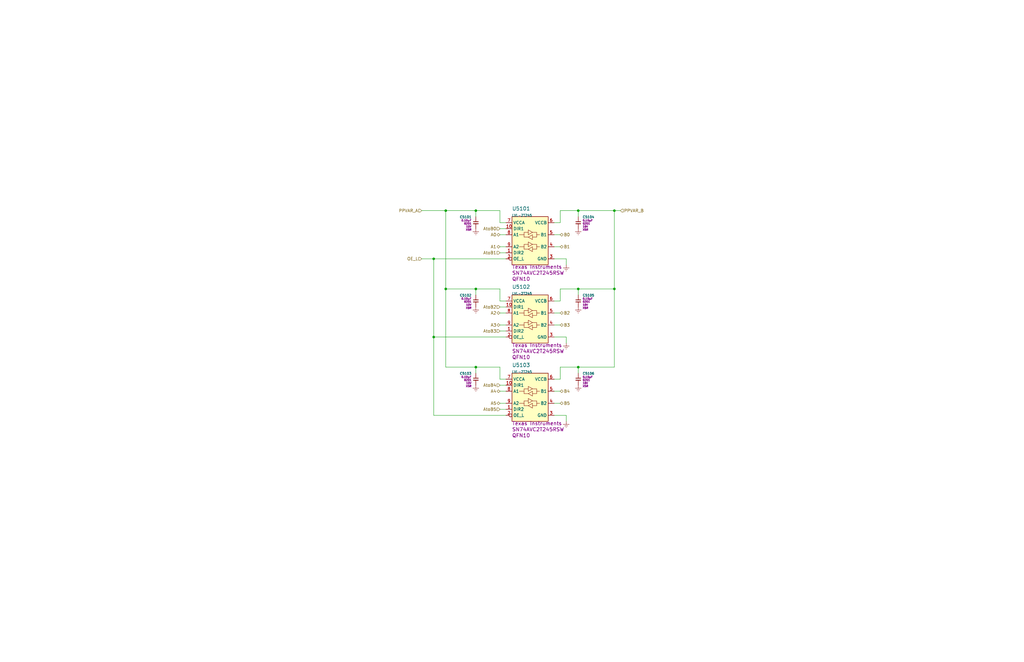
<source format=kicad_sch>
(kicad_sch (version 20231120) (generator "eeschema") (generator_version "8.0")
  (paper "B")
  (title_block (title "${PROJ}") (rev "${REV}") (company "${RPN}") (comment 1 "LVL Shifter"))
  (lib_symbols
    (symbol "Capacitors, ceramic, Murata:CCM-610AA" (pin_numbers hide) (pin_names (offset 0) hide)
      (property "Reference" "C" (at 1.27 2.54 0))
      (property "val" "0.10µF" (at 1.27 1.27 0))
      (property "pkg" "0201" (at 1.27 0 0))
      (property "volt" "10V" (at 1.27 -1.27 0))
      (property "type" "X5R" (at 1.27 -2.54 0))
      (symbol "CCM-610AA_1_1"
        (polyline (pts (xy -1.016 -0.423) (xy 1.016 -0.423)) (stroke (width 0.3302)))
        (polyline (pts (xy -1.016 0.423) (xy 1.016 0.423)) (stroke (width 0.3048)))
        (pin passive line (at 0 2.54 270) (length 2.032) (name "~") (number "1"))
        (pin passive line (at 0 -2.54 90) (length 2.032) (name "~") (number "2"))
      )
    )
    (symbol "Power:GND" (power) (pin_names (offset 0)) (in_bom no) (on_board no)
      (symbol "GND_0_1"
        (polyline (pts (xy -0.635 -1.905) (xy 0.635 -1.905)))
        (polyline (pts (xy -0.127 -2.54) (xy 0.127 -2.54)))
        (polyline (pts (xy 0 -1.27) (xy 0 0)))
        (polyline (pts (xy 1.27 -1.27) (xy -1.27 -1.27)))
      )
      (symbol "GND_1_1"
        (pin power_in line (at 0 0 270) (length 0) hide (name "GND") (number "1"))
      )
    )
    (symbol "Translation:LVL-2T245"
      (property "Reference" "U" (at -7.62 10.16 0))
      (property "Value" "LVL-2T245" (at 7.62 10.16 0))
      (property "mfr" "Texas Instruments" (at -7.62 -10.16 0))
      (property "mpn" "SN74AVC2T245RSW" (at -7.62 -12.7 0))
      (property "pkg" "QFN10" (at -7.62 -15.24 0))
      (symbol "LVL-2T245_0_1"
        (rectangle (start -7.62 10.16) (end 7.62 -10.16) (stroke (width 0.254)) (fill (type background)))
        (polyline (pts (xy -2.54 2.54) (xy -2.54 3.556) (xy -0.762 3.556)))
        (polyline (pts (xy 2.794 2.54) (xy 2.794 1.524) (xy 1.016 1.524)))
        (polyline (pts (xy -0.762 1.524) (xy -2.54 1.524) (xy -2.54 2.54) (xy -4.572 2.54)))
        (polyline (pts (xy -0.762 2.54) (xy -0.762 4.572) (xy 1.016 3.556) (xy -0.762 2.54)))
        (polyline (pts (xy 1.016 3.556) (xy 2.794 3.556) (xy 2.794 2.54) (xy 4.064 2.54)))
        (polyline (pts (xy 1.016 2.54) (xy 1.016 0.762) (xy 1.016 0.508) (xy -0.762 1.524) (xy 1.016 2.54)))
      )
      (symbol "LVL-2T245_1_1"
        (polyline (pts (xy -2.54 -2.54) (xy -2.54 -1.524) (xy -0.762 -1.524)))
        (polyline (pts (xy 2.794 -2.54) (xy 2.794 -3.556) (xy 1.016 -3.556)))
        (polyline (pts (xy -0.762 -3.556) (xy -2.54 -3.556) (xy -2.54 -2.54) (xy -4.572 -2.54)))
        (polyline (pts (xy -0.762 -2.54) (xy -0.762 -0.508) (xy 1.016 -1.524) (xy -0.762 -2.54)))
        (polyline (pts (xy 1.016 -1.524) (xy 2.794 -1.524) (xy 2.794 -2.54) (xy 4.064 -2.54)))
        (polyline (pts (xy 1.016 -2.54) (xy 1.016 -4.318) (xy 1.016 -4.572) (xy -0.762 -3.556) (xy 1.016 -2.54)))
        (pin input line (at -10.16 -5.08 0) (length 2.54) (name "DIR2") (number "1"))
        (pin input line (at -10.16 5.08 0) (length 2.54) (name "DIR1") (number "10"))
        (pin input inverted (at -10.16 -7.62 0) (length 2.54) (name "OE_L") (number "2"))
        (pin power_in line (at 10.16 -7.62 180) (length 2.54) (name "GND") (number "3"))
        (pin bidirectional line (at 10.16 -2.54 180) (length 2.54) (name "B2") (number "4"))
        (pin bidirectional line (at 10.16 2.54 180) (length 2.54) (name "B1") (number "5"))
        (pin power_in line (at 10.16 7.62 180) (length 2.54) (name "VCCB") (number "6"))
        (pin power_in line (at -10.16 7.62 0) (length 2.54) (name "VCCA") (number "7"))
        (pin bidirectional line (at -10.16 2.54 0) (length 2.54) (name "A1") (number "8"))
        (pin bidirectional line (at -10.16 -2.54 0) (length 2.54) (name "A2") (number "9"))
      )
    )
  )
  (junction (at 200.66 121.92))
  (junction (at 182.88 109.22))
  (junction (at 259.08 88.9))
  (junction (at 243.84 88.9))
  (junction (at 259.08 121.92))
  (junction (at 187.96 88.9))
  (junction (at 182.88 142.24))
  (junction (at 243.84 154.94))
  (junction (at 200.66 154.94))
  (junction (at 243.84 121.92))
  (junction (at 200.66 88.9))
  (junction (at 187.96 121.92))
  (wire (pts (xy 236.22 88.9) (xy 236.22 93.98)))
  (wire (pts (xy 210.82 127) (xy 210.82 121.92)))
  (wire (pts (xy 243.84 121.92) (xy 259.08 121.92)))
  (wire (pts (xy 187.96 154.94) (xy 200.66 154.94)))
  (wire (pts (xy 210.82 165.1) (xy 213.36 165.1)))
  (wire (pts (xy 182.88 109.22) (xy 213.36 109.22)))
  (wire (pts (xy 238.76 142.24) (xy 238.76 144.78)))
  (wire (pts (xy 187.96 121.92) (xy 200.66 121.92)))
  (wire (pts (xy 259.08 121.92) (xy 259.08 154.94)))
  (wire (pts (xy 236.22 154.94) (xy 236.22 160.02)))
  (wire (pts (xy 233.68 165.1) (xy 236.22 165.1)))
  (wire (pts (xy 200.66 121.92) (xy 200.66 124.46)))
  (wire (pts (xy 200.66 88.9) (xy 210.82 88.9)))
  (wire (pts (xy 213.36 93.98) (xy 210.82 93.98)))
  (wire (pts (xy 243.84 121.92) (xy 243.84 124.46)))
  (wire (pts (xy 233.68 175.26) (xy 238.76 175.26)))
  (wire (pts (xy 233.68 170.18) (xy 236.22 170.18)))
  (wire (pts (xy 210.82 170.18) (xy 213.36 170.18)))
  (wire (pts (xy 210.82 137.16) (xy 213.36 137.16)))
  (wire (pts (xy 233.68 127) (xy 236.22 127)))
  (wire (pts (xy 213.36 104.14) (xy 210.82 104.14)))
  (wire (pts (xy 213.36 160.02) (xy 210.82 160.02)))
  (wire (pts (xy 210.82 132.08) (xy 213.36 132.08)))
  (wire (pts (xy 182.88 142.24) (xy 213.36 142.24)))
  (wire (pts (xy 200.66 154.94) (xy 200.66 157.48)))
  (wire (pts (xy 238.76 109.22) (xy 233.68 109.22)))
  (wire (pts (xy 200.66 121.92) (xy 210.82 121.92)))
  (wire (pts (xy 236.22 93.98) (xy 233.68 93.98)))
  (wire (pts (xy 210.82 129.54) (xy 213.36 129.54)))
  (wire (pts (xy 213.36 96.52) (xy 210.82 96.52)))
  (wire (pts (xy 238.76 111.76) (xy 238.76 109.22)))
  (wire (pts (xy 177.8 88.9) (xy 187.96 88.9)))
  (wire (pts (xy 233.68 137.16) (xy 236.22 137.16)))
  (wire (pts (xy 187.96 88.9) (xy 187.96 121.92)))
  (wire (pts (xy 213.36 127) (xy 210.82 127)))
  (wire (pts (xy 259.08 88.9) (xy 261.62 88.9)))
  (wire (pts (xy 200.66 88.9) (xy 200.66 91.44)))
  (wire (pts (xy 243.84 154.94) (xy 259.08 154.94)))
  (wire (pts (xy 210.82 172.72) (xy 213.36 172.72)))
  (wire (pts (xy 210.82 139.7) (xy 213.36 139.7)))
  (wire (pts (xy 182.88 142.24) (xy 182.88 175.26)))
  (wire (pts (xy 233.68 160.02) (xy 236.22 160.02)))
  (wire (pts (xy 236.22 121.92) (xy 236.22 127)))
  (wire (pts (xy 243.84 154.94) (xy 243.84 157.48)))
  (wire (pts (xy 182.88 175.26) (xy 213.36 175.26)))
  (wire (pts (xy 236.22 154.94) (xy 243.84 154.94)))
  (wire (pts (xy 213.36 99.06) (xy 210.82 99.06)))
  (wire (pts (xy 210.82 160.02) (xy 210.82 154.94)))
  (wire (pts (xy 177.8 109.22) (xy 182.88 109.22)))
  (wire (pts (xy 200.66 154.94) (xy 210.82 154.94)))
  (wire (pts (xy 243.84 88.9) (xy 259.08 88.9)))
  (wire (pts (xy 210.82 93.98) (xy 210.82 88.9)))
  (wire (pts (xy 233.68 104.14) (xy 236.22 104.14)))
  (wire (pts (xy 243.84 88.9) (xy 243.84 91.44)))
  (wire (pts (xy 236.22 88.9) (xy 243.84 88.9)))
  (wire (pts (xy 233.68 132.08) (xy 236.22 132.08)))
  (wire (pts (xy 187.96 121.92) (xy 187.96 154.94)))
  (wire (pts (xy 182.88 109.22) (xy 182.88 142.24)))
  (wire (pts (xy 187.96 88.9) (xy 200.66 88.9)))
  (wire (pts (xy 236.22 121.92) (xy 243.84 121.92)))
  (wire (pts (xy 259.08 88.9) (xy 259.08 121.92)))
  (wire (pts (xy 213.36 106.68) (xy 210.82 106.68)))
  (wire (pts (xy 233.68 142.24) (xy 238.76 142.24)))
  (wire (pts (xy 238.76 175.26) (xy 238.76 177.8)))
  (wire (pts (xy 210.82 162.56) (xy 213.36 162.56)))
  (wire (pts (xy 233.68 99.06) (xy 236.22 99.06)))
  (hierarchical_label "AtoB1" (shape input) (at 210.82 106.68 180))
  (hierarchical_label "AtoB2" (shape input) (at 210.82 129.54 180))
  (hierarchical_label "OE_L" (shape input) (at 177.8 109.22 180))
  (hierarchical_label "PPVAR_A" (shape input) (at 177.8 88.9 180))
  (hierarchical_label "B2" (shape bidirectional) (at 236.22 132.08 0))
  (hierarchical_label "B5" (shape bidirectional) (at 236.22 170.18 0))
  (hierarchical_label "AtoB3" (shape input) (at 210.82 139.7 180))
  (hierarchical_label "B1" (shape bidirectional) (at 236.22 104.14 0))
  (hierarchical_label "A4" (shape bidirectional) (at 210.82 165.1 180))
  (hierarchical_label "AtoB4" (shape input) (at 210.82 162.56 180))
  (hierarchical_label "B4" (shape bidirectional) (at 236.22 165.1 0))
  (hierarchical_label "A5" (shape bidirectional) (at 210.82 170.18 180))
  (hierarchical_label "AtoB5" (shape input) (at 210.82 172.72 180))
  (hierarchical_label "AtoB0" (shape input) (at 210.82 96.52 180))
  (hierarchical_label "PPVAR_B" (shape input) (at 261.62 88.9 0))
  (hierarchical_label "B3" (shape bidirectional) (at 236.22 137.16 0))
  (hierarchical_label "A3" (shape bidirectional) (at 210.82 137.16 180))
  (hierarchical_label "A2" (shape bidirectional) (at 210.82 132.08 180))
  (hierarchical_label "A1" (shape bidirectional) (at 210.82 104.14 180))
  (hierarchical_label "A0" (shape bidirectional) (at 210.82 99.06 180))
  (hierarchical_label "B0" (shape bidirectional) (at 236.22 99.06 0))
  (symbol (lib_id "Capacitors, ceramic, Murata:CCM-610AA") (at 243.84 160.02 0) (mirror y) (unit 1)
    (property "Reference" "C5106" (at 245.6561 157.6178 0) (effects (font (size 1 1)) (justify right)))
    (property "Value" "CCM-610AA" (effects (hide yes)))
    (property "Description" "CAP, ceramic, 0.10µF, 0201, 10V, ±20%, X5R, 0.33 mm" (effects (hide yes)))
    (property "val" "0.10µF" (at 245.6561 159.0531 0) (effects (font (size 0.8 0.8)) (justify right)))
    (property "pkg" "0201" (at 245.6561 160.3571 0) (effects (font (size 0.8 0.8)) (justify right)))
    (property "mfr" "Murata" (effects (hide yes)))
    (property "volt" "10V" (at 245.6561 161.6611 0) (effects (font (size 0.8 0.8)) (justify right)))
    (property "Sim.Pins" "1=+ 2=-" (effects (hide yes)))
    (property "Sim.Device" "C" (effects (hide yes)))
    (property "type" "X5R" (at 245.6561 162.9651 0) (effects (font (size 0.8 0.8)) (justify right)))
    (property "Sim.Params" "c=${val}" (effects (hide yes)))
    (property "tol" "±20%" (effects (hide yes)))
    (property "height" "0.33mm" (effects (hide yes)))
    (property "mpn" "GRM033R61A104ME15" (effects (hide yes)))
  )
  (symbol (lib_id "Translation:LVL-2T245") (at 223.52 134.62 0) (unit 1)
    (property "Reference" "U5102" (at 215.9 121.92 0) (effects (font (size 1.524 1.524)) (justify left bottom)))
    (property "Value" "LVL-2T245" (at 215.9 124.46 0) (effects (font (size 1 1)) (justify left bottom)))
    (property "Datasheet" "https://www.ti.com/lit/ds/symlink/sn74avc2t245.pdf" (effects (hide yes)))
    (property "Description" "IC, level shifter, 2-bit, 1.2V-3.6V, 240 Mbps, dir, QFN10" (effects (hide yes)))
    (property "Sim.Library" "${RIVOS_SPICE_DIR}/SN74AVCxTx45.lib" (effects (hide yes)))
    (property "Sim.Pins" "1=DIR2 2=OE_L 3=GND 4=B2 5=B1 6=VCCB 7=VCCA 8=A1 9=A2 10=DIR1" (effects (hide yes)))
    (property "Sim.Name" "SN74AVC2T245" (effects (hide yes)))
    (property "Datasheet2" "https://assets.nexperia.com/documents/data-sheet/74AVC2T245.pdf" (effects (hide yes)))
    (property "mfr" "Texas Instruments" (at 215.9 144.78 0) (effects (font (size 1.524 1.524)) (justify left top)))
    (property "mpn" "SN74AVC2T245RSW" (at 215.9 147.32 0) (effects (font (size 1.524 1.524)) (justify left top)))
    (property "mfr2" "Nexperia" (effects (hide yes)))
    (property "mpn2" "74AVC2T245GU" (effects (hide yes)))
    (property "pkg" "QFN10" (at 215.9 149.86 0) (effects (font (size 1.524 1.524)) (justify left top)))
    (property "height" "0.55mm" (effects (hide yes)))
    (property "func_lvl" ".*1;.*2" (effects (hide yes)))
  )
  (symbol (lib_id "Power:GND") (at 200.66 129.54 0) (unit 1) (in_bom no) (on_board no)
    (property "Reference" "#PWR05102" (effects (hide yes)))
    (property "Value" "GND" (effects (hide yes)))
    (property "Description" "Power symbol creates a global label with name \"GND\"" (effects (hide yes)))
  )
  (symbol (lib_id "Translation:LVL-2T245") (at 223.52 167.64 0) (unit 1)
    (property "Reference" "U5103" (at 215.9 154.94 0) (effects (font (size 1.524 1.524)) (justify left bottom)))
    (property "Value" "LVL-2T245" (at 215.9 157.48 0) (effects (font (size 1 1)) (justify left bottom)))
    (property "Datasheet" "https://www.ti.com/lit/ds/symlink/sn74avc2t245.pdf" (effects (hide yes)))
    (property "Description" "IC, level shifter, 2-bit, 1.2V-3.6V, 240 Mbps, dir, QFN10" (effects (hide yes)))
    (property "Sim.Library" "${RIVOS_SPICE_DIR}/SN74AVCxTx45.lib" (effects (hide yes)))
    (property "Sim.Pins" "1=DIR2 2=OE_L 3=GND 4=B2 5=B1 6=VCCB 7=VCCA 8=A1 9=A2 10=DIR1" (effects (hide yes)))
    (property "Sim.Name" "SN74AVC2T245" (effects (hide yes)))
    (property "Datasheet2" "https://assets.nexperia.com/documents/data-sheet/74AVC2T245.pdf" (effects (hide yes)))
    (property "mfr" "Texas Instruments" (at 215.9 177.8 0) (effects (font (size 1.524 1.524)) (justify left top)))
    (property "mpn" "SN74AVC2T245RSW" (at 215.9 180.34 0) (effects (font (size 1.524 1.524)) (justify left top)))
    (property "mfr2" "Nexperia" (effects (hide yes)))
    (property "mpn2" "74AVC2T245GU" (effects (hide yes)))
    (property "pkg" "QFN10" (at 215.9 182.88 0) (effects (font (size 1.524 1.524)) (justify left top)))
    (property "height" "0.55mm" (effects (hide yes)))
    (property "func_lvl" ".*1;.*2" (effects (hide yes)))
  )
  (symbol (lib_id "Capacitors, ceramic, Murata:CCM-610AA") (at 200.66 93.98 0) (unit 1)
    (property "Reference" "C5101" (at 198.8439 91.5778 0) (effects (font (size 1 1)) (justify right)))
    (property "Value" "CCM-610AA" (effects (hide yes)))
    (property "Description" "CAP, ceramic, 0.10µF, 0201, 10V, ±20%, X5R, 0.33 mm" (effects (hide yes)))
    (property "val" "0.10µF" (at 198.8439 93.0131 0) (effects (font (size 0.8 0.8)) (justify right)))
    (property "pkg" "0201" (at 198.8439 94.3171 0) (effects (font (size 0.8 0.8)) (justify right)))
    (property "mfr" "Murata" (effects (hide yes)))
    (property "volt" "10V" (at 198.8439 95.6211 0) (effects (font (size 0.8 0.8)) (justify right)))
    (property "Sim.Pins" "1=+ 2=-" (effects (hide yes)))
    (property "Sim.Device" "C" (effects (hide yes)))
    (property "type" "X5R" (at 198.8439 96.9251 0) (effects (font (size 0.8 0.8)) (justify right)))
    (property "Sim.Params" "c=${val}" (effects (hide yes)))
    (property "tol" "±20%" (effects (hide yes)))
    (property "height" "0.33mm" (effects (hide yes)))
    (property "mpn" "GRM033R61A104ME15" (effects (hide yes)))
  )
  (symbol (lib_id "Power:GND") (at 238.76 144.78 0) (unit 1) (in_bom no) (on_board no)
    (property "Reference" "#PWR05105" (effects (hide yes)))
    (property "Value" "GND" (effects (hide yes)))
    (property "Description" "Power symbol creates a global label with name \"GND\"" (effects (hide yes)))
  )
  (symbol (lib_id "Capacitors, ceramic, Murata:CCM-610AA") (at 200.66 127 0) (unit 1)
    (property "Reference" "C5102" (at 198.8439 124.5978 0) (effects (font (size 1 1)) (justify right)))
    (property "Value" "CCM-610AA" (effects (hide yes)))
    (property "Description" "CAP, ceramic, 0.10µF, 0201, 10V, ±20%, X5R, 0.33 mm" (effects (hide yes)))
    (property "val" "0.10µF" (at 198.8439 126.0331 0) (effects (font (size 0.8 0.8)) (justify right)))
    (property "pkg" "0201" (at 198.8439 127.3371 0) (effects (font (size 0.8 0.8)) (justify right)))
    (property "mfr" "Murata" (effects (hide yes)))
    (property "volt" "10V" (at 198.8439 128.6411 0) (effects (font (size 0.8 0.8)) (justify right)))
    (property "Sim.Pins" "1=+ 2=-" (effects (hide yes)))
    (property "Sim.Device" "C" (effects (hide yes)))
    (property "type" "X5R" (at 198.8439 129.9451 0) (effects (font (size 0.8 0.8)) (justify right)))
    (property "Sim.Params" "c=${val}" (effects (hide yes)))
    (property "tol" "±20%" (effects (hide yes)))
    (property "height" "0.33mm" (effects (hide yes)))
    (property "mpn" "GRM033R61A104ME15" (effects (hide yes)))
  )
  (symbol (lib_id "Capacitors, ceramic, Murata:CCM-610AA") (at 243.84 93.98 0) (mirror y) (unit 1)
    (property "Reference" "C5104" (at 245.6561 91.5778 0) (effects (font (size 1 1)) (justify right)))
    (property "Value" "CCM-610AA" (effects (hide yes)))
    (property "Description" "CAP, ceramic, 0.10µF, 0201, 10V, ±20%, X5R, 0.33 mm" (effects (hide yes)))
    (property "val" "0.10µF" (at 245.6561 93.0131 0) (effects (font (size 0.8 0.8)) (justify right)))
    (property "pkg" "0201" (at 245.6561 94.3171 0) (effects (font (size 0.8 0.8)) (justify right)))
    (property "mfr" "Murata" (effects (hide yes)))
    (property "volt" "10V" (at 245.6561 95.6211 0) (effects (font (size 0.8 0.8)) (justify right)))
    (property "Sim.Pins" "1=+ 2=-" (effects (hide yes)))
    (property "Sim.Device" "C" (effects (hide yes)))
    (property "type" "X5R" (at 245.6561 96.9251 0) (effects (font (size 0.8 0.8)) (justify right)))
    (property "Sim.Params" "c=${val}" (effects (hide yes)))
    (property "tol" "±20%" (effects (hide yes)))
    (property "height" "0.33mm" (effects (hide yes)))
    (property "mpn" "GRM033R61A104ME15" (effects (hide yes)))
  )
  (symbol (lib_id "Translation:LVL-2T245") (at 223.52 101.6 0) (unit 1)
    (property "Reference" "U5101" (at 215.9 88.9 0) (effects (font (size 1.524 1.524)) (justify left bottom)))
    (property "Value" "LVL-2T245" (at 215.9 91.44 0) (effects (font (size 1 1)) (justify left bottom)))
    (property "Datasheet" "https://www.ti.com/lit/ds/symlink/sn74avc2t245.pdf" (effects (hide yes)))
    (property "Description" "IC, level shifter, 2-bit, 1.2V-3.6V, 240 Mbps, dir, QFN10" (effects (hide yes)))
    (property "Sim.Library" "${RIVOS_SPICE_DIR}/SN74AVCxTx45.lib" (effects (hide yes)))
    (property "Sim.Pins" "1=DIR2 2=OE_L 3=GND 4=B2 5=B1 6=VCCB 7=VCCA 8=A1 9=A2 10=DIR1" (effects (hide yes)))
    (property "Sim.Name" "SN74AVC2T245" (effects (hide yes)))
    (property "Datasheet2" "https://assets.nexperia.com/documents/data-sheet/74AVC2T245.pdf" (effects (hide yes)))
    (property "mfr" "Texas Instruments" (at 215.9 111.76 0) (effects (font (size 1.524 1.524)) (justify left top)))
    (property "mpn" "SN74AVC2T245RSW" (at 215.9 114.3 0) (effects (font (size 1.524 1.524)) (justify left top)))
    (property "mfr2" "Nexperia" (effects (hide yes)))
    (property "mpn2" "74AVC2T245GU" (effects (hide yes)))
    (property "pkg" "QFN10" (at 215.9 116.84 0) (effects (font (size 1.524 1.524)) (justify left top)))
    (property "height" "0.55mm" (effects (hide yes)))
    (property "func_lvl" ".*1;.*2" (effects (hide yes)))
  )
  (symbol (lib_id "Power:GND") (at 243.84 96.52 0) (unit 1) (in_bom no) (on_board no)
    (property "Reference" "#PWR05107" (effects (hide yes)))
    (property "Value" "GND" (effects (hide yes)))
    (property "Description" "Power symbol creates a global label with name \"GND\"" (effects (hide yes)))
  )
  (symbol (lib_id "Power:GND") (at 238.76 177.8 0) (unit 1) (in_bom no) (on_board no)
    (property "Reference" "#PWR05106" (effects (hide yes)))
    (property "Value" "GND" (effects (hide yes)))
    (property "Description" "Power symbol creates a global label with name \"GND\"" (effects (hide yes)))
  )
  (symbol (lib_id "Power:GND") (at 243.84 162.56 0) (unit 1) (in_bom no) (on_board no)
    (property "Reference" "#PWR05109" (effects (hide yes)))
    (property "Value" "GND" (effects (hide yes)))
    (property "Description" "Power symbol creates a global label with name \"GND\"" (effects (hide yes)))
  )
  (symbol (lib_id "Power:GND") (at 238.76 111.76 0) (unit 1) (in_bom no) (on_board no)
    (property "Reference" "#PWR05104" (effects (hide yes)))
    (property "Value" "GND" (effects (hide yes)))
    (property "Description" "Power symbol creates a global label with name \"GND\"" (effects (hide yes)))
  )
  (symbol (lib_id "Power:GND") (at 200.66 162.56 0) (unit 1) (in_bom no) (on_board no)
    (property "Reference" "#PWR05103" (effects (hide yes)))
    (property "Value" "GND" (effects (hide yes)))
    (property "Description" "Power symbol creates a global label with name \"GND\"" (effects (hide yes)))
  )
  (symbol (lib_id "Capacitors, ceramic, Murata:CCM-610AA") (at 200.66 160.02 0) (unit 1)
    (property "Reference" "C5103" (at 198.8439 157.6178 0) (effects (font (size 1 1)) (justify right)))
    (property "Value" "CCM-610AA" (effects (hide yes)))
    (property "Description" "CAP, ceramic, 0.10µF, 0201, 10V, ±20%, X5R, 0.33 mm" (effects (hide yes)))
    (property "val" "0.10µF" (at 198.8439 159.0531 0) (effects (font (size 0.8 0.8)) (justify right)))
    (property "pkg" "0201" (at 198.8439 160.3571 0) (effects (font (size 0.8 0.8)) (justify right)))
    (property "mfr" "Murata" (effects (hide yes)))
    (property "volt" "10V" (at 198.8439 161.6611 0) (effects (font (size 0.8 0.8)) (justify right)))
    (property "Sim.Pins" "1=+ 2=-" (effects (hide yes)))
    (property "Sim.Device" "C" (effects (hide yes)))
    (property "type" "X5R" (at 198.8439 162.9651 0) (effects (font (size 0.8 0.8)) (justify right)))
    (property "Sim.Params" "c=${val}" (effects (hide yes)))
    (property "tol" "±20%" (effects (hide yes)))
    (property "height" "0.33mm" (effects (hide yes)))
    (property "mpn" "GRM033R61A104ME15" (effects (hide yes)))
  )
  (symbol (lib_id "Power:GND") (at 200.66 96.52 0) (unit 1) (in_bom no) (on_board no)
    (property "Reference" "#PWR05101" (effects (hide yes)))
    (property "Value" "GND" (effects (hide yes)))
    (property "Description" "Power symbol creates a global label with name \"GND\"" (effects (hide yes)))
  )
  (symbol (lib_id "Power:GND") (at 243.84 129.54 0) (unit 1) (in_bom no) (on_board no)
    (property "Reference" "#PWR05108" (effects (hide yes)))
    (property "Value" "GND" (effects (hide yes)))
    (property "Description" "Power symbol creates a global label with name \"GND\"" (effects (hide yes)))
  )
  (symbol (lib_id "Capacitors, ceramic, Murata:CCM-610AA") (at 243.84 127 0) (mirror y) (unit 1)
    (property "Reference" "C5105" (at 245.6561 124.5978 0) (effects (font (size 1 1)) (justify right)))
    (property "Value" "CCM-610AA" (effects (hide yes)))
    (property "Description" "CAP, ceramic, 0.10µF, 0201, 10V, ±20%, X5R, 0.33 mm" (effects (hide yes)))
    (property "val" "0.10µF" (at 245.6561 126.0331 0) (effects (font (size 0.8 0.8)) (justify right)))
    (property "pkg" "0201" (at 245.6561 127.3371 0) (effects (font (size 0.8 0.8)) (justify right)))
    (property "mfr" "Murata" (effects (hide yes)))
    (property "volt" "10V" (at 245.6561 128.6411 0) (effects (font (size 0.8 0.8)) (justify right)))
    (property "Sim.Pins" "1=+ 2=-" (effects (hide yes)))
    (property "Sim.Device" "C" (effects (hide yes)))
    (property "type" "X5R" (at 245.6561 129.9451 0) (effects (font (size 0.8 0.8)) (justify right)))
    (property "Sim.Params" "c=${val}" (effects (hide yes)))
    (property "tol" "±20%" (effects (hide yes)))
    (property "height" "0.33mm" (effects (hide yes)))
    (property "mpn" "GRM033R61A104ME15" (effects (hide yes)))
  )
)
</source>
